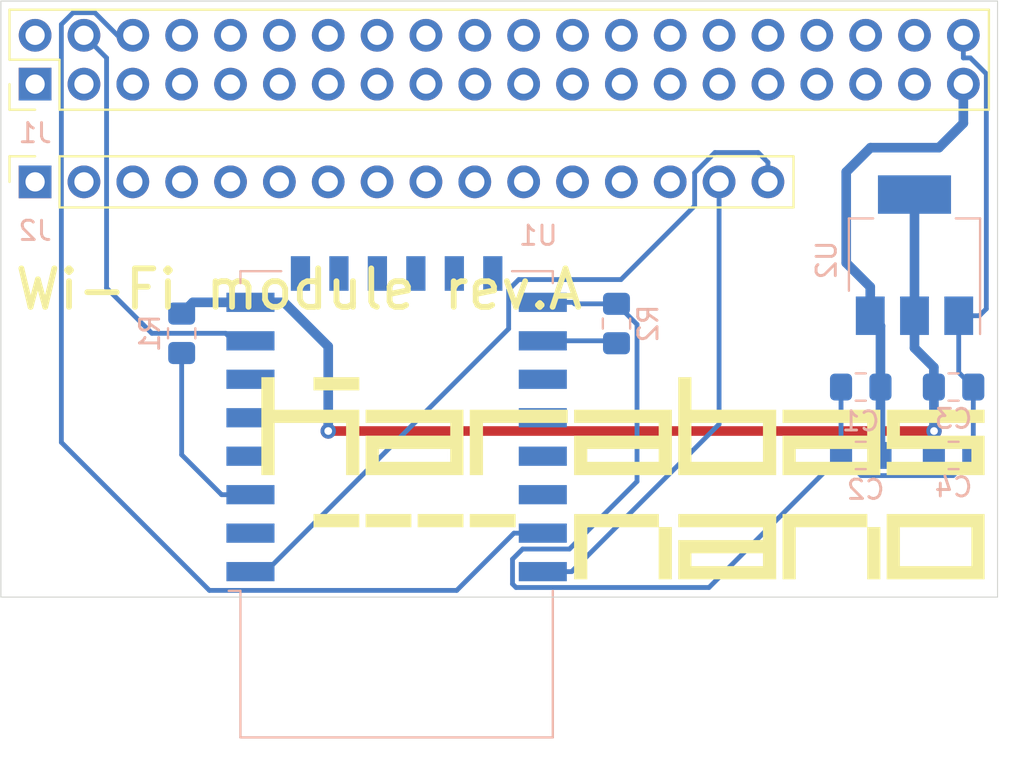
<source format=kicad_pcb>
(kicad_pcb (version 20171130) (host pcbnew "(5.1.12)-1")

  (general
    (thickness 1.6)
    (drawings 5)
    (tracks 83)
    (zones 0)
    (modules 11)
    (nets 74)
  )

  (page A4)
  (layers
    (0 F.Cu signal)
    (31 B.Cu signal)
    (32 B.Adhes user)
    (33 F.Adhes user)
    (34 B.Paste user)
    (35 F.Paste user)
    (36 B.SilkS user)
    (37 F.SilkS user)
    (38 B.Mask user)
    (39 F.Mask user)
    (40 Dwgs.User user)
    (41 Cmts.User user)
    (42 Eco1.User user)
    (43 Eco2.User user)
    (44 Edge.Cuts user)
    (45 Margin user)
    (46 B.CrtYd user)
    (47 F.CrtYd user)
    (48 B.Fab user)
    (49 F.Fab user)
  )

  (setup
    (last_trace_width 0.25)
    (user_trace_width 0.25)
    (user_trace_width 0.3)
    (user_trace_width 0.5)
    (trace_clearance 0.2)
    (zone_clearance 0.508)
    (zone_45_only no)
    (trace_min 0.2)
    (via_size 0.8)
    (via_drill 0.4)
    (via_min_size 0.4)
    (via_min_drill 0.3)
    (uvia_size 0.3)
    (uvia_drill 0.1)
    (uvias_allowed no)
    (uvia_min_size 0.2)
    (uvia_min_drill 0.1)
    (edge_width 0.05)
    (segment_width 0.2)
    (pcb_text_width 0.3)
    (pcb_text_size 1.5 1.5)
    (mod_edge_width 0.12)
    (mod_text_size 1 1)
    (mod_text_width 0.15)
    (pad_size 1.524 1.524)
    (pad_drill 0.762)
    (pad_to_mask_clearance 0.051)
    (solder_mask_min_width 0.25)
    (aux_axis_origin 0 0)
    (visible_elements 7FFFFFFF)
    (pcbplotparams
      (layerselection 0x010fc_ffffffff)
      (usegerberextensions false)
      (usegerberattributes false)
      (usegerberadvancedattributes false)
      (creategerberjobfile false)
      (excludeedgelayer true)
      (linewidth 0.100000)
      (plotframeref false)
      (viasonmask false)
      (mode 1)
      (useauxorigin false)
      (hpglpennumber 1)
      (hpglpenspeed 20)
      (hpglpendiameter 15.000000)
      (psnegative false)
      (psa4output false)
      (plotreference true)
      (plotvalue true)
      (plotinvisibletext false)
      (padsonsilk false)
      (subtractmaskfromsilk false)
      (outputformat 1)
      (mirror false)
      (drillshape 0)
      (scaleselection 1)
      (outputdirectory "gerbers"))
  )

  (net 0 "")
  (net 1 GND)
  (net 2 VCC)
  (net 3 +3V3)
  (net 4 "Net-(J1-Pad38)")
  (net 5 "Net-(J1-Pad37)")
  (net 6 "Net-(J1-Pad36)")
  (net 7 "Net-(J1-Pad35)")
  (net 8 "Net-(J1-Pad34)")
  (net 9 "Net-(J1-Pad33)")
  (net 10 "Net-(J1-Pad32)")
  (net 11 "Net-(J1-Pad31)")
  (net 12 "Net-(J1-Pad30)")
  (net 13 "Net-(J1-Pad29)")
  (net 14 "Net-(J1-Pad28)")
  (net 15 "Net-(J1-Pad27)")
  (net 16 "Net-(J1-Pad26)")
  (net 17 "Net-(J1-Pad25)")
  (net 18 "Net-(J1-Pad24)")
  (net 19 "Net-(J1-Pad23)")
  (net 20 "Net-(J1-Pad22)")
  (net 21 "Net-(J1-Pad21)")
  (net 22 "Net-(J1-Pad20)")
  (net 23 "Net-(J1-Pad19)")
  (net 24 "Net-(J1-Pad18)")
  (net 25 "Net-(J1-Pad17)")
  (net 26 "Net-(J1-Pad16)")
  (net 27 "Net-(J1-Pad15)")
  (net 28 "Net-(J1-Pad14)")
  (net 29 "Net-(J1-Pad13)")
  (net 30 "Net-(J1-Pad12)")
  (net 31 "Net-(J1-Pad11)")
  (net 32 "Net-(J1-Pad10)")
  (net 33 "Net-(J1-Pad9)")
  (net 34 "Net-(J1-Pad8)")
  (net 35 "Net-(J1-Pad7)")
  (net 36 UART_TX)
  (net 37 "Net-(J1-Pad5)")
  (net 38 UART_CTS)
  (net 39 "Net-(J1-Pad3)")
  (net 40 "Net-(J1-Pad2)")
  (net 41 "Net-(J1-Pad1)")
  (net 42 ~RESET)
  (net 43 UART_RX)
  (net 44 "Net-(J2-Pad14)")
  (net 45 "Net-(J2-Pad13)")
  (net 46 "Net-(J2-Pad12)")
  (net 47 "Net-(J2-Pad11)")
  (net 48 "Net-(J2-Pad10)")
  (net 49 "Net-(J2-Pad9)")
  (net 50 "Net-(J2-Pad8)")
  (net 51 "Net-(J2-Pad7)")
  (net 52 "Net-(J2-Pad6)")
  (net 53 "Net-(J2-Pad5)")
  (net 54 "Net-(J2-Pad4)")
  (net 55 "Net-(J2-Pad3)")
  (net 56 "Net-(J2-Pad2)")
  (net 57 "Net-(J2-Pad1)")
  (net 58 "Net-(R1-Pad2)")
  (net 59 "Net-(R2-Pad1)")
  (net 60 "Net-(U1-Pad20)")
  (net 61 "Net-(U1-Pad19)")
  (net 62 "Net-(U1-Pad18)")
  (net 63 "Net-(U1-Pad17)")
  (net 64 "Net-(U1-Pad14)")
  (net 65 "Net-(U1-Pad13)")
  (net 66 "Net-(U1-Pad12)")
  (net 67 "Net-(U1-Pad11)")
  (net 68 "Net-(U1-Pad10)")
  (net 69 "Net-(U1-Pad9)")
  (net 70 "Net-(U1-Pad6)")
  (net 71 "Net-(U1-Pad5)")
  (net 72 "Net-(U1-Pad4)")
  (net 73 "Net-(U1-Pad2)")

  (net_class Default "This is the default net class."
    (clearance 0.2)
    (trace_width 0.25)
    (via_dia 0.8)
    (via_drill 0.4)
    (uvia_dia 0.3)
    (uvia_drill 0.1)
    (add_net +3V3)
    (add_net GND)
    (add_net "Net-(J1-Pad1)")
    (add_net "Net-(J1-Pad10)")
    (add_net "Net-(J1-Pad11)")
    (add_net "Net-(J1-Pad12)")
    (add_net "Net-(J1-Pad13)")
    (add_net "Net-(J1-Pad14)")
    (add_net "Net-(J1-Pad15)")
    (add_net "Net-(J1-Pad16)")
    (add_net "Net-(J1-Pad17)")
    (add_net "Net-(J1-Pad18)")
    (add_net "Net-(J1-Pad19)")
    (add_net "Net-(J1-Pad2)")
    (add_net "Net-(J1-Pad20)")
    (add_net "Net-(J1-Pad21)")
    (add_net "Net-(J1-Pad22)")
    (add_net "Net-(J1-Pad23)")
    (add_net "Net-(J1-Pad24)")
    (add_net "Net-(J1-Pad25)")
    (add_net "Net-(J1-Pad26)")
    (add_net "Net-(J1-Pad27)")
    (add_net "Net-(J1-Pad28)")
    (add_net "Net-(J1-Pad29)")
    (add_net "Net-(J1-Pad3)")
    (add_net "Net-(J1-Pad30)")
    (add_net "Net-(J1-Pad31)")
    (add_net "Net-(J1-Pad32)")
    (add_net "Net-(J1-Pad33)")
    (add_net "Net-(J1-Pad34)")
    (add_net "Net-(J1-Pad35)")
    (add_net "Net-(J1-Pad36)")
    (add_net "Net-(J1-Pad37)")
    (add_net "Net-(J1-Pad38)")
    (add_net "Net-(J1-Pad5)")
    (add_net "Net-(J1-Pad7)")
    (add_net "Net-(J1-Pad8)")
    (add_net "Net-(J1-Pad9)")
    (add_net "Net-(J2-Pad1)")
    (add_net "Net-(J2-Pad10)")
    (add_net "Net-(J2-Pad11)")
    (add_net "Net-(J2-Pad12)")
    (add_net "Net-(J2-Pad13)")
    (add_net "Net-(J2-Pad14)")
    (add_net "Net-(J2-Pad2)")
    (add_net "Net-(J2-Pad3)")
    (add_net "Net-(J2-Pad4)")
    (add_net "Net-(J2-Pad5)")
    (add_net "Net-(J2-Pad6)")
    (add_net "Net-(J2-Pad7)")
    (add_net "Net-(J2-Pad8)")
    (add_net "Net-(J2-Pad9)")
    (add_net "Net-(R1-Pad2)")
    (add_net "Net-(R2-Pad1)")
    (add_net "Net-(U1-Pad10)")
    (add_net "Net-(U1-Pad11)")
    (add_net "Net-(U1-Pad12)")
    (add_net "Net-(U1-Pad13)")
    (add_net "Net-(U1-Pad14)")
    (add_net "Net-(U1-Pad17)")
    (add_net "Net-(U1-Pad18)")
    (add_net "Net-(U1-Pad19)")
    (add_net "Net-(U1-Pad2)")
    (add_net "Net-(U1-Pad20)")
    (add_net "Net-(U1-Pad4)")
    (add_net "Net-(U1-Pad5)")
    (add_net "Net-(U1-Pad6)")
    (add_net "Net-(U1-Pad9)")
    (add_net UART_CTS)
    (add_net UART_RX)
    (add_net UART_TX)
    (add_net VCC)
    (add_net ~RESET)
  )

  (module karabas:karabas_nano_logo (layer F.Cu) (tedit 0) (tstamp 5E90AAA3)
    (at 83.566 92.456)
    (fp_text reference G*** (at 0 0) (layer F.SilkS) hide
      (effects (font (size 1.524 1.524) (thickness 0.3)))
    )
    (fp_text value LOGO (at 0.75 0) (layer F.SilkS) hide
      (effects (font (size 1.524 1.524) (thickness 0.3)))
    )
    (fp_poly (pts (xy 2.370667 5.418667) (xy 1.693333 5.418667) (xy 1.693333 2.709334) (xy 2.370667 2.709334)
      (xy 2.370667 5.418667)) (layer F.SilkS) (width 0.01))
    (fp_poly (pts (xy 1.693333 2.709334) (xy -2.032 2.709334) (xy -2.032 5.418667) (xy -2.709333 5.418667)
      (xy -2.709333 2.032) (xy 1.693333 2.032) (xy 1.693333 2.709334)) (layer F.SilkS) (width 0.01))
    (fp_poly (pts (xy 7.789333 5.418667) (xy 2.709333 5.418667) (xy 2.709333 4.064) (xy 3.386667 4.064)
      (xy 3.386667 4.741334) (xy 7.112 4.741334) (xy 7.112 4.064) (xy 3.386667 4.064)
      (xy 2.709333 4.064) (xy 2.709333 3.386667) (xy 7.112 3.386667) (xy 7.112 2.709334)
      (xy 2.709333 2.709334) (xy 2.709333 2.032) (xy 7.789333 2.032) (xy 7.789333 5.418667)) (layer F.SilkS) (width 0.01))
    (fp_poly (pts (xy 13.208 5.418667) (xy 12.530667 5.418667) (xy 12.530667 2.709334) (xy 13.208 2.709334)
      (xy 13.208 5.418667)) (layer F.SilkS) (width 0.01))
    (fp_poly (pts (xy 12.530667 2.709334) (xy 8.805333 2.709334) (xy 8.805333 5.418667) (xy 8.128 5.418667)
      (xy 8.128 2.032) (xy 12.530667 2.032) (xy 12.530667 2.709334)) (layer F.SilkS) (width 0.01))
    (fp_poly (pts (xy 18.626667 5.418667) (xy 13.546667 5.418667) (xy 13.546667 2.709334) (xy 14.224 2.709334)
      (xy 14.224 4.741334) (xy 17.949333 4.741334) (xy 17.949333 2.709334) (xy 14.224 2.709334)
      (xy 13.546667 2.709334) (xy 13.546667 2.032) (xy 18.626667 2.032) (xy 18.626667 5.418667)) (layer F.SilkS) (width 0.01))
    (fp_poly (pts (xy -13.885333 2.709334) (xy -16.256 2.709334) (xy -16.256 2.032) (xy -13.885333 2.032)
      (xy -13.885333 2.709334)) (layer F.SilkS) (width 0.01))
    (fp_poly (pts (xy -11.176 2.709334) (xy -13.546667 2.709334) (xy -13.546667 2.032) (xy -11.176 2.032)
      (xy -11.176 2.709334)) (layer F.SilkS) (width 0.01))
    (fp_poly (pts (xy -8.466667 2.709334) (xy -10.837333 2.709334) (xy -10.837333 2.032) (xy -8.466667 2.032)
      (xy -8.466667 2.709334)) (layer F.SilkS) (width 0.01))
    (fp_poly (pts (xy -5.757333 2.709334) (xy -8.128 2.709334) (xy -8.128 2.032) (xy -5.757333 2.032)
      (xy -5.757333 2.709334)) (layer F.SilkS) (width 0.01))
    (fp_poly (pts (xy -18.288 -3.386666) (xy -13.885333 -3.386666) (xy -13.885333 0) (xy -14.562667 0)
      (xy -14.562667 -2.709333) (xy -18.288 -2.709333) (xy -18.288 0) (xy -18.965333 0)
      (xy -18.965333 -5.08) (xy -18.288 -5.08) (xy -18.288 -3.386666)) (layer F.SilkS) (width 0.01))
    (fp_poly (pts (xy -8.466667 0) (xy -13.546667 0) (xy -13.546667 -1.354666) (xy -12.869333 -1.354666)
      (xy -12.869333 -0.677333) (xy -9.144 -0.677333) (xy -9.144 -1.354666) (xy -12.869333 -1.354666)
      (xy -13.546667 -1.354666) (xy -13.546667 -2.032) (xy -9.144 -2.032) (xy -9.144 -2.709333)
      (xy -13.546667 -2.709333) (xy -13.546667 -3.386666) (xy -8.466667 -3.386666) (xy -8.466667 0)) (layer F.SilkS) (width 0.01))
    (fp_poly (pts (xy -3.048 -2.709333) (xy -7.450667 -2.709333) (xy -7.450667 0) (xy -8.128 0)
      (xy -8.128 -3.386666) (xy -3.048 -3.386666) (xy -3.048 -2.709333)) (layer F.SilkS) (width 0.01))
    (fp_poly (pts (xy 2.370667 0) (xy -2.709333 0) (xy -2.709333 -1.354666) (xy -2.032 -1.354666)
      (xy -2.032 -0.677333) (xy 1.693333 -0.677333) (xy 1.693333 -1.354666) (xy -2.032 -1.354666)
      (xy -2.709333 -1.354666) (xy -2.709333 -2.032) (xy 1.693333 -2.032) (xy 1.693333 -2.709333)
      (xy -2.709333 -2.709333) (xy -2.709333 -3.386666) (xy 2.370667 -3.386666) (xy 2.370667 0)) (layer F.SilkS) (width 0.01))
    (fp_poly (pts (xy 3.386667 -3.386666) (xy 7.789333 -3.386666) (xy 7.789333 0) (xy 2.709333 0)
      (xy 2.709333 -2.709333) (xy 3.386667 -2.709333) (xy 3.386667 -0.677333) (xy 7.112 -0.677333)
      (xy 7.112 -2.709333) (xy 3.386667 -2.709333) (xy 2.709333 -2.709333) (xy 2.709333 -5.08)
      (xy 3.386667 -5.08) (xy 3.386667 -3.386666)) (layer F.SilkS) (width 0.01))
    (fp_poly (pts (xy 13.208 0) (xy 8.128 0) (xy 8.128 -1.354666) (xy 8.805333 -1.354666)
      (xy 8.805333 -0.677333) (xy 12.530667 -0.677333) (xy 12.530667 -1.354666) (xy 8.805333 -1.354666)
      (xy 8.128 -1.354666) (xy 8.128 -2.032) (xy 12.530667 -2.032) (xy 12.530667 -2.709333)
      (xy 8.128 -2.709333) (xy 8.128 -3.386666) (xy 13.208 -3.386666) (xy 13.208 0)) (layer F.SilkS) (width 0.01))
    (fp_poly (pts (xy 18.626667 -2.709333) (xy 14.224 -2.709333) (xy 14.224 -2.032) (xy 18.626667 -2.032)
      (xy 18.626667 0) (xy 13.546667 0) (xy 13.546667 -0.677333) (xy 17.949333 -0.677333)
      (xy 17.949333 -1.354666) (xy 13.546667 -1.354666) (xy 13.546667 -3.386666) (xy 18.626667 -3.386666)
      (xy 18.626667 -2.709333)) (layer F.SilkS) (width 0.01))
    (fp_poly (pts (xy -13.885333 -4.402666) (xy -16.256 -4.402666) (xy -16.256 -5.08) (xy -13.885333 -5.08)
      (xy -13.885333 -4.402666)) (layer F.SilkS) (width 0.01))
  )

  (module Connector_PinHeader_2.54mm:PinHeader_2x20_P2.54mm_Vertical (layer F.Cu) (tedit 59FED5CC) (tstamp 0)
    (at 52.832 72.136 90)
    (descr "Through hole straight pin header, 2x20, 2.54mm pitch, double rows")
    (tags "Through hole pin header THT 2x20 2.54mm double row")
    (path /5E9026EA)
    (fp_text reference J1 (at -2.54 0) (layer B.SilkS)
      (effects (font (size 1 1) (thickness 0.15)) (justify mirror))
    )
    (fp_text value "ZX BUS" (at 1.27 50.59 90) (layer F.Fab)
      (effects (font (size 1 1) (thickness 0.15)))
    )
    (fp_line (start 0 -1.27) (end 3.81 -1.27) (layer F.Fab) (width 0.1))
    (fp_line (start 3.81 -1.27) (end 3.81 49.53) (layer F.Fab) (width 0.1))
    (fp_line (start 3.81 49.53) (end -1.27 49.53) (layer F.Fab) (width 0.1))
    (fp_line (start -1.27 49.53) (end -1.27 0) (layer F.Fab) (width 0.1))
    (fp_line (start -1.27 0) (end 0 -1.27) (layer F.Fab) (width 0.1))
    (fp_line (start -1.33 49.59) (end 3.87 49.59) (layer F.SilkS) (width 0.12))
    (fp_line (start -1.33 1.27) (end -1.33 49.59) (layer F.SilkS) (width 0.12))
    (fp_line (start 3.87 -1.33) (end 3.87 49.59) (layer F.SilkS) (width 0.12))
    (fp_line (start -1.33 1.27) (end 1.27 1.27) (layer F.SilkS) (width 0.12))
    (fp_line (start 1.27 1.27) (end 1.27 -1.33) (layer F.SilkS) (width 0.12))
    (fp_line (start 1.27 -1.33) (end 3.87 -1.33) (layer F.SilkS) (width 0.12))
    (fp_line (start -1.33 0) (end -1.33 -1.33) (layer F.SilkS) (width 0.12))
    (fp_line (start -1.33 -1.33) (end 0 -1.33) (layer F.SilkS) (width 0.12))
    (fp_line (start -1.8 -1.8) (end -1.8 50.05) (layer F.CrtYd) (width 0.05))
    (fp_line (start -1.8 50.05) (end 4.35 50.05) (layer F.CrtYd) (width 0.05))
    (fp_line (start 4.35 50.05) (end 4.35 -1.8) (layer F.CrtYd) (width 0.05))
    (fp_line (start 4.35 -1.8) (end -1.8 -1.8) (layer F.CrtYd) (width 0.05))
    (fp_text user %R (at 1.27 24.13) (layer F.Fab)
      (effects (font (size 1 1) (thickness 0.15)))
    )
    (pad 40 thru_hole oval (at 2.54 48.26 90) (size 1.7 1.7) (drill 1) (layers *.Cu *.Mask)
      (net 1 GND))
    (pad 39 thru_hole oval (at 0 48.26 90) (size 1.7 1.7) (drill 1) (layers *.Cu *.Mask)
      (net 2 VCC))
    (pad 38 thru_hole oval (at 2.54 45.72 90) (size 1.7 1.7) (drill 1) (layers *.Cu *.Mask)
      (net 4 "Net-(J1-Pad38)"))
    (pad 37 thru_hole oval (at 0 45.72 90) (size 1.7 1.7) (drill 1) (layers *.Cu *.Mask)
      (net 5 "Net-(J1-Pad37)"))
    (pad 36 thru_hole oval (at 2.54 43.18 90) (size 1.7 1.7) (drill 1) (layers *.Cu *.Mask)
      (net 6 "Net-(J1-Pad36)"))
    (pad 35 thru_hole oval (at 0 43.18 90) (size 1.7 1.7) (drill 1) (layers *.Cu *.Mask)
      (net 7 "Net-(J1-Pad35)"))
    (pad 34 thru_hole oval (at 2.54 40.64 90) (size 1.7 1.7) (drill 1) (layers *.Cu *.Mask)
      (net 8 "Net-(J1-Pad34)"))
    (pad 33 thru_hole oval (at 0 40.64 90) (size 1.7 1.7) (drill 1) (layers *.Cu *.Mask)
      (net 9 "Net-(J1-Pad33)"))
    (pad 32 thru_hole oval (at 2.54 38.1 90) (size 1.7 1.7) (drill 1) (layers *.Cu *.Mask)
      (net 10 "Net-(J1-Pad32)"))
    (pad 31 thru_hole oval (at 0 38.1 90) (size 1.7 1.7) (drill 1) (layers *.Cu *.Mask)
      (net 11 "Net-(J1-Pad31)"))
    (pad 30 thru_hole oval (at 2.54 35.56 90) (size 1.7 1.7) (drill 1) (layers *.Cu *.Mask)
      (net 12 "Net-(J1-Pad30)"))
    (pad 29 thru_hole oval (at 0 35.56 90) (size 1.7 1.7) (drill 1) (layers *.Cu *.Mask)
      (net 13 "Net-(J1-Pad29)"))
    (pad 28 thru_hole oval (at 2.54 33.02 90) (size 1.7 1.7) (drill 1) (layers *.Cu *.Mask)
      (net 14 "Net-(J1-Pad28)"))
    (pad 27 thru_hole oval (at 0 33.02 90) (size 1.7 1.7) (drill 1) (layers *.Cu *.Mask)
      (net 15 "Net-(J1-Pad27)"))
    (pad 26 thru_hole oval (at 2.54 30.48 90) (size 1.7 1.7) (drill 1) (layers *.Cu *.Mask)
      (net 16 "Net-(J1-Pad26)"))
    (pad 25 thru_hole oval (at 0 30.48 90) (size 1.7 1.7) (drill 1) (layers *.Cu *.Mask)
      (net 17 "Net-(J1-Pad25)"))
    (pad 24 thru_hole oval (at 2.54 27.94 90) (size 1.7 1.7) (drill 1) (layers *.Cu *.Mask)
      (net 18 "Net-(J1-Pad24)"))
    (pad 23 thru_hole oval (at 0 27.94 90) (size 1.7 1.7) (drill 1) (layers *.Cu *.Mask)
      (net 19 "Net-(J1-Pad23)"))
    (pad 22 thru_hole oval (at 2.54 25.4 90) (size 1.7 1.7) (drill 1) (layers *.Cu *.Mask)
      (net 20 "Net-(J1-Pad22)"))
    (pad 21 thru_hole oval (at 0 25.4 90) (size 1.7 1.7) (drill 1) (layers *.Cu *.Mask)
      (net 21 "Net-(J1-Pad21)"))
    (pad 20 thru_hole oval (at 2.54 22.86 90) (size 1.7 1.7) (drill 1) (layers *.Cu *.Mask)
      (net 22 "Net-(J1-Pad20)"))
    (pad 19 thru_hole oval (at 0 22.86 90) (size 1.7 1.7) (drill 1) (layers *.Cu *.Mask)
      (net 23 "Net-(J1-Pad19)"))
    (pad 18 thru_hole oval (at 2.54 20.32 90) (size 1.7 1.7) (drill 1) (layers *.Cu *.Mask)
      (net 24 "Net-(J1-Pad18)"))
    (pad 17 thru_hole oval (at 0 20.32 90) (size 1.7 1.7) (drill 1) (layers *.Cu *.Mask)
      (net 25 "Net-(J1-Pad17)"))
    (pad 16 thru_hole oval (at 2.54 17.78 90) (size 1.7 1.7) (drill 1) (layers *.Cu *.Mask)
      (net 26 "Net-(J1-Pad16)"))
    (pad 15 thru_hole oval (at 0 17.78 90) (size 1.7 1.7) (drill 1) (layers *.Cu *.Mask)
      (net 27 "Net-(J1-Pad15)"))
    (pad 14 thru_hole oval (at 2.54 15.24 90) (size 1.7 1.7) (drill 1) (layers *.Cu *.Mask)
      (net 28 "Net-(J1-Pad14)"))
    (pad 13 thru_hole oval (at 0 15.24 90) (size 1.7 1.7) (drill 1) (layers *.Cu *.Mask)
      (net 29 "Net-(J1-Pad13)"))
    (pad 12 thru_hole oval (at 2.54 12.7 90) (size 1.7 1.7) (drill 1) (layers *.Cu *.Mask)
      (net 30 "Net-(J1-Pad12)"))
    (pad 11 thru_hole oval (at 0 12.7 90) (size 1.7 1.7) (drill 1) (layers *.Cu *.Mask)
      (net 31 "Net-(J1-Pad11)"))
    (pad 10 thru_hole oval (at 2.54 10.16 90) (size 1.7 1.7) (drill 1) (layers *.Cu *.Mask)
      (net 32 "Net-(J1-Pad10)"))
    (pad 9 thru_hole oval (at 0 10.16 90) (size 1.7 1.7) (drill 1) (layers *.Cu *.Mask)
      (net 33 "Net-(J1-Pad9)"))
    (pad 8 thru_hole oval (at 2.54 7.62 90) (size 1.7 1.7) (drill 1) (layers *.Cu *.Mask)
      (net 34 "Net-(J1-Pad8)"))
    (pad 7 thru_hole oval (at 0 7.62 90) (size 1.7 1.7) (drill 1) (layers *.Cu *.Mask)
      (net 35 "Net-(J1-Pad7)"))
    (pad 6 thru_hole oval (at 2.54 5.08 90) (size 1.7 1.7) (drill 1) (layers *.Cu *.Mask)
      (net 36 UART_TX))
    (pad 5 thru_hole oval (at 0 5.08 90) (size 1.7 1.7) (drill 1) (layers *.Cu *.Mask)
      (net 37 "Net-(J1-Pad5)"))
    (pad 4 thru_hole oval (at 2.54 2.54 90) (size 1.7 1.7) (drill 1) (layers *.Cu *.Mask)
      (net 38 UART_CTS))
    (pad 3 thru_hole oval (at 0 2.54 90) (size 1.7 1.7) (drill 1) (layers *.Cu *.Mask)
      (net 39 "Net-(J1-Pad3)"))
    (pad 2 thru_hole oval (at 2.54 0 90) (size 1.7 1.7) (drill 1) (layers *.Cu *.Mask)
      (net 40 "Net-(J1-Pad2)"))
    (pad 1 thru_hole rect (at 0 0 90) (size 1.7 1.7) (drill 1) (layers *.Cu *.Mask)
      (net 41 "Net-(J1-Pad1)"))
    (model ${KISYS3DMOD}/Connector_PinHeader_2.54mm.3dshapes/PinHeader_2x20_P2.54mm_Vertical.wrl
      (at (xyz 0 0 0))
      (scale (xyz 1 1 1))
      (rotate (xyz 0 0 0))
    )
  )

  (module Package_TO_SOT_SMD:SOT-223-3_TabPin2 (layer B.Cu) (tedit 5A02FF57) (tstamp 5E90260F)
    (at 98.552 81.026 90)
    (descr "module CMS SOT223 4 pins")
    (tags "CMS SOT")
    (path /5E90C787)
    (attr smd)
    (fp_text reference U2 (at -0.254 -4.572 270) (layer B.SilkS)
      (effects (font (size 1 1) (thickness 0.15)) (justify mirror))
    )
    (fp_text value AMS1117-3.3 (at 0 -4.5 270) (layer B.Fab)
      (effects (font (size 1 1) (thickness 0.15)) (justify mirror))
    )
    (fp_line (start 1.91 -3.41) (end 1.91 -2.15) (layer B.SilkS) (width 0.12))
    (fp_line (start 1.91 3.41) (end 1.91 2.15) (layer B.SilkS) (width 0.12))
    (fp_line (start 4.4 3.6) (end -4.4 3.6) (layer B.CrtYd) (width 0.05))
    (fp_line (start 4.4 -3.6) (end 4.4 3.6) (layer B.CrtYd) (width 0.05))
    (fp_line (start -4.4 -3.6) (end 4.4 -3.6) (layer B.CrtYd) (width 0.05))
    (fp_line (start -4.4 3.6) (end -4.4 -3.6) (layer B.CrtYd) (width 0.05))
    (fp_line (start -1.85 2.35) (end -0.85 3.35) (layer B.Fab) (width 0.1))
    (fp_line (start -1.85 2.35) (end -1.85 -3.35) (layer B.Fab) (width 0.1))
    (fp_line (start -1.85 -3.41) (end 1.91 -3.41) (layer B.SilkS) (width 0.12))
    (fp_line (start -0.85 3.35) (end 1.85 3.35) (layer B.Fab) (width 0.1))
    (fp_line (start -4.1 3.41) (end 1.91 3.41) (layer B.SilkS) (width 0.12))
    (fp_line (start -1.85 -3.35) (end 1.85 -3.35) (layer B.Fab) (width 0.1))
    (fp_line (start 1.85 3.35) (end 1.85 -3.35) (layer B.Fab) (width 0.1))
    (fp_text user %R (at 0 0) (layer B.Fab)
      (effects (font (size 0.8 0.8) (thickness 0.12)) (justify mirror))
    )
    (pad 1 smd rect (at -3.15 2.3 90) (size 2 1.5) (layers B.Cu B.Paste B.Mask)
      (net 1 GND))
    (pad 3 smd rect (at -3.15 -2.3 90) (size 2 1.5) (layers B.Cu B.Paste B.Mask)
      (net 2 VCC))
    (pad 2 smd rect (at -3.15 0 90) (size 2 1.5) (layers B.Cu B.Paste B.Mask)
      (net 3 +3V3))
    (pad 2 smd rect (at 3.15 0 90) (size 2 3.8) (layers B.Cu B.Paste B.Mask)
      (net 3 +3V3))
    (model ${KISYS3DMOD}/Package_TO_SOT_SMD.3dshapes/SOT-223.wrl
      (at (xyz 0 0 0))
      (scale (xyz 1 1 1))
      (rotate (xyz 0 0 0))
    )
  )

  (module RF_Module:ESP-12E (layer B.Cu) (tedit 5A030172) (tstamp 5E9025F9)
    (at 71.628 93.98)
    (descr "Wi-Fi Module, http://wiki.ai-thinker.com/_media/esp8266/docs/aithinker_esp_12f_datasheet_en.pdf")
    (tags "Wi-Fi Module")
    (path /5E901801)
    (attr smd)
    (fp_text reference U1 (at 7.366 -13.97) (layer B.SilkS)
      (effects (font (size 1 1) (thickness 0.15)) (justify mirror))
    )
    (fp_text value ESP-12E (at -0.06 12.78) (layer B.Fab)
      (effects (font (size 1 1) (thickness 0.15)) (justify mirror))
    )
    (fp_line (start -8 12) (end 8 12) (layer B.Fab) (width 0.12))
    (fp_line (start 8 12) (end 8 -12) (layer B.Fab) (width 0.12))
    (fp_line (start 8 -12) (end -8 -12) (layer B.Fab) (width 0.12))
    (fp_line (start -8 -12) (end -8 3) (layer B.Fab) (width 0.12))
    (fp_line (start -8 3) (end -7.5 3.5) (layer B.Fab) (width 0.12))
    (fp_line (start -7.5 3.5) (end -8 4) (layer B.Fab) (width 0.12))
    (fp_line (start -8 4) (end -8 12) (layer B.Fab) (width 0.12))
    (fp_line (start -9.05 12.2) (end 9.05 12.2) (layer B.CrtYd) (width 0.05))
    (fp_line (start 9.05 12.2) (end 9.05 -13.1) (layer B.CrtYd) (width 0.05))
    (fp_line (start 9.05 -13.1) (end -9.05 -13.1) (layer B.CrtYd) (width 0.05))
    (fp_line (start -9.05 -13.1) (end -9.05 12.2) (layer B.CrtYd) (width 0.05))
    (fp_line (start -8.12 12.12) (end 8.12 12.12) (layer B.SilkS) (width 0.12))
    (fp_line (start 8.12 12.12) (end 8.12 4.5) (layer B.SilkS) (width 0.12))
    (fp_line (start 8.12 -11.5) (end 8.12 -12.12) (layer B.SilkS) (width 0.12))
    (fp_line (start 8.12 -12.12) (end 6 -12.12) (layer B.SilkS) (width 0.12))
    (fp_line (start -6 -12.12) (end -8.12 -12.12) (layer B.SilkS) (width 0.12))
    (fp_line (start -8.12 -12.12) (end -8.12 -11.5) (layer B.SilkS) (width 0.12))
    (fp_line (start -8.12 4.5) (end -8.12 12.12) (layer B.SilkS) (width 0.12))
    (fp_line (start -8.12 4.5) (end -8.73 4.5) (layer B.SilkS) (width 0.12))
    (fp_line (start -8.12 12.12) (end 8.12 12.12) (layer Dwgs.User) (width 0.12))
    (fp_line (start 8.12 12.12) (end 8.12 4.8) (layer Dwgs.User) (width 0.12))
    (fp_line (start 8.12 4.8) (end -8.12 4.8) (layer Dwgs.User) (width 0.12))
    (fp_line (start -8.12 4.8) (end -8.12 12.12) (layer Dwgs.User) (width 0.12))
    (fp_line (start -8.12 9.12) (end -5.12 12.12) (layer Dwgs.User) (width 0.12))
    (fp_line (start -8.12 6.12) (end -2.12 12.12) (layer Dwgs.User) (width 0.12))
    (fp_line (start -6.44 4.8) (end 0.88 12.12) (layer Dwgs.User) (width 0.12))
    (fp_line (start -3.44 4.8) (end 3.88 12.12) (layer Dwgs.User) (width 0.12))
    (fp_line (start -0.44 4.8) (end 6.88 12.12) (layer Dwgs.User) (width 0.12))
    (fp_line (start 2.56 4.8) (end 8.12 10.36) (layer Dwgs.User) (width 0.12))
    (fp_line (start 5.56 4.8) (end 8.12 7.36) (layer Dwgs.User) (width 0.12))
    (fp_text user %R (at 0.49 0.8) (layer B.Fab)
      (effects (font (size 1 1) (thickness 0.15)) (justify mirror))
    )
    (fp_text user "KEEP-OUT ZONE" (at 0.03 9.55 180) (layer Cmts.User)
      (effects (font (size 1 1) (thickness 0.15)))
    )
    (fp_text user Antenna (at -0.06 7 180) (layer Cmts.User)
      (effects (font (size 1 1) (thickness 0.15)))
    )
    (pad 22 smd rect (at 7.6 3.5) (size 2.5 1) (layers B.Cu B.Paste B.Mask)
      (net 43 UART_RX))
    (pad 21 smd rect (at 7.6 1.5) (size 2.5 1) (layers B.Cu B.Paste B.Mask)
      (net 36 UART_TX))
    (pad 20 smd rect (at 7.6 -0.5) (size 2.5 1) (layers B.Cu B.Paste B.Mask)
      (net 60 "Net-(U1-Pad20)"))
    (pad 19 smd rect (at 7.6 -2.5) (size 2.5 1) (layers B.Cu B.Paste B.Mask)
      (net 61 "Net-(U1-Pad19)"))
    (pad 18 smd rect (at 7.6 -4.5) (size 2.5 1) (layers B.Cu B.Paste B.Mask)
      (net 62 "Net-(U1-Pad18)"))
    (pad 17 smd rect (at 7.6 -6.5) (size 2.5 1) (layers B.Cu B.Paste B.Mask)
      (net 63 "Net-(U1-Pad17)"))
    (pad 16 smd rect (at 7.6 -8.5) (size 2.5 1) (layers B.Cu B.Paste B.Mask)
      (net 59 "Net-(R2-Pad1)"))
    (pad 15 smd rect (at 7.6 -10.5) (size 2.5 1) (layers B.Cu B.Paste B.Mask)
      (net 1 GND))
    (pad 14 smd rect (at 5 -12) (size 1 1.8) (layers B.Cu B.Paste B.Mask)
      (net 64 "Net-(U1-Pad14)"))
    (pad 13 smd rect (at 3 -12) (size 1 1.8) (layers B.Cu B.Paste B.Mask)
      (net 65 "Net-(U1-Pad13)"))
    (pad 12 smd rect (at 1 -12) (size 1 1.8) (layers B.Cu B.Paste B.Mask)
      (net 66 "Net-(U1-Pad12)"))
    (pad 11 smd rect (at -1 -12) (size 1 1.8) (layers B.Cu B.Paste B.Mask)
      (net 67 "Net-(U1-Pad11)"))
    (pad 10 smd rect (at -3 -12) (size 1 1.8) (layers B.Cu B.Paste B.Mask)
      (net 68 "Net-(U1-Pad10)"))
    (pad 9 smd rect (at -5 -12) (size 1 1.8) (layers B.Cu B.Paste B.Mask)
      (net 69 "Net-(U1-Pad9)"))
    (pad 8 smd rect (at -7.6 -10.5) (size 2.5 1) (layers B.Cu B.Paste B.Mask)
      (net 3 +3V3))
    (pad 7 smd rect (at -7.6 -8.5) (size 2.5 1) (layers B.Cu B.Paste B.Mask)
      (net 38 UART_CTS))
    (pad 6 smd rect (at -7.6 -6.5) (size 2.5 1) (layers B.Cu B.Paste B.Mask)
      (net 70 "Net-(U1-Pad6)"))
    (pad 5 smd rect (at -7.6 -4.5) (size 2.5 1) (layers B.Cu B.Paste B.Mask)
      (net 71 "Net-(U1-Pad5)"))
    (pad 4 smd rect (at -7.6 -2.5) (size 2.5 1) (layers B.Cu B.Paste B.Mask)
      (net 72 "Net-(U1-Pad4)"))
    (pad 3 smd rect (at -7.6 -0.5) (size 2.5 1) (layers B.Cu B.Paste B.Mask)
      (net 58 "Net-(R1-Pad2)"))
    (pad 2 smd rect (at -7.6 1.5) (size 2.5 1) (layers B.Cu B.Paste B.Mask)
      (net 73 "Net-(U1-Pad2)"))
    (pad 1 smd rect (at -7.6 3.5) (size 2.5 1) (layers B.Cu B.Paste B.Mask)
      (net 42 ~RESET))
    (model ${KISYS3DMOD}/RF_Module.3dshapes/ESP-12E.wrl
      (at (xyz 0 0 0))
      (scale (xyz 1 1 1))
      (rotate (xyz 0 0 0))
    )
  )

  (module Resistor_SMD:R_0805_2012Metric_Pad1.15x1.40mm_HandSolder (layer B.Cu) (tedit 5B36C52B) (tstamp 5E9025BE)
    (at 83.058 84.582 90)
    (descr "Resistor SMD 0805 (2012 Metric), square (rectangular) end terminal, IPC_7351 nominal with elongated pad for handsoldering. (Body size source: https://docs.google.com/spreadsheets/d/1BsfQQcO9C6DZCsRaXUlFlo91Tg2WpOkGARC1WS5S8t0/edit?usp=sharing), generated with kicad-footprint-generator")
    (tags "resistor handsolder")
    (path /5E90B255)
    (attr smd)
    (fp_text reference R2 (at 0 1.65 270) (layer B.SilkS)
      (effects (font (size 1 1) (thickness 0.15)) (justify mirror))
    )
    (fp_text value 10k (at 0 -1.65 270) (layer B.Fab)
      (effects (font (size 1 1) (thickness 0.15)) (justify mirror))
    )
    (fp_line (start -1 -0.6) (end -1 0.6) (layer B.Fab) (width 0.1))
    (fp_line (start -1 0.6) (end 1 0.6) (layer B.Fab) (width 0.1))
    (fp_line (start 1 0.6) (end 1 -0.6) (layer B.Fab) (width 0.1))
    (fp_line (start 1 -0.6) (end -1 -0.6) (layer B.Fab) (width 0.1))
    (fp_line (start -0.261252 0.71) (end 0.261252 0.71) (layer B.SilkS) (width 0.12))
    (fp_line (start -0.261252 -0.71) (end 0.261252 -0.71) (layer B.SilkS) (width 0.12))
    (fp_line (start -1.85 -0.95) (end -1.85 0.95) (layer B.CrtYd) (width 0.05))
    (fp_line (start -1.85 0.95) (end 1.85 0.95) (layer B.CrtYd) (width 0.05))
    (fp_line (start 1.85 0.95) (end 1.85 -0.95) (layer B.CrtYd) (width 0.05))
    (fp_line (start 1.85 -0.95) (end -1.85 -0.95) (layer B.CrtYd) (width 0.05))
    (fp_text user %R (at 0 0 270) (layer B.Fab)
      (effects (font (size 0.5 0.5) (thickness 0.08)) (justify mirror))
    )
    (pad 2 smd roundrect (at 1.025 0 90) (size 1.15 1.4) (layers B.Cu B.Paste B.Mask) (roundrect_rratio 0.217391)
      (net 1 GND))
    (pad 1 smd roundrect (at -1.025 0 90) (size 1.15 1.4) (layers B.Cu B.Paste B.Mask) (roundrect_rratio 0.217391)
      (net 59 "Net-(R2-Pad1)"))
    (model ${KISYS3DMOD}/Resistor_SMD.3dshapes/R_0805_2012Metric.wrl
      (at (xyz 0 0 0))
      (scale (xyz 1 1 1))
      (rotate (xyz 0 0 0))
    )
  )

  (module Resistor_SMD:R_0805_2012Metric_Pad1.15x1.40mm_HandSolder (layer B.Cu) (tedit 5B36C52B) (tstamp 5E9025AD)
    (at 60.452 85.09 270)
    (descr "Resistor SMD 0805 (2012 Metric), square (rectangular) end terminal, IPC_7351 nominal with elongated pad for handsoldering. (Body size source: https://docs.google.com/spreadsheets/d/1BsfQQcO9C6DZCsRaXUlFlo91Tg2WpOkGARC1WS5S8t0/edit?usp=sharing), generated with kicad-footprint-generator")
    (tags "resistor handsolder")
    (path /5E909172)
    (attr smd)
    (fp_text reference R1 (at 0 1.65 270) (layer B.SilkS)
      (effects (font (size 1 1) (thickness 0.15)) (justify mirror))
    )
    (fp_text value 10k (at 0 -1.65 270) (layer B.Fab)
      (effects (font (size 1 1) (thickness 0.15)) (justify mirror))
    )
    (fp_line (start -1 -0.6) (end -1 0.6) (layer B.Fab) (width 0.1))
    (fp_line (start -1 0.6) (end 1 0.6) (layer B.Fab) (width 0.1))
    (fp_line (start 1 0.6) (end 1 -0.6) (layer B.Fab) (width 0.1))
    (fp_line (start 1 -0.6) (end -1 -0.6) (layer B.Fab) (width 0.1))
    (fp_line (start -0.261252 0.71) (end 0.261252 0.71) (layer B.SilkS) (width 0.12))
    (fp_line (start -0.261252 -0.71) (end 0.261252 -0.71) (layer B.SilkS) (width 0.12))
    (fp_line (start -1.85 -0.95) (end -1.85 0.95) (layer B.CrtYd) (width 0.05))
    (fp_line (start -1.85 0.95) (end 1.85 0.95) (layer B.CrtYd) (width 0.05))
    (fp_line (start 1.85 0.95) (end 1.85 -0.95) (layer B.CrtYd) (width 0.05))
    (fp_line (start 1.85 -0.95) (end -1.85 -0.95) (layer B.CrtYd) (width 0.05))
    (fp_text user %R (at 0 0 270) (layer B.Fab)
      (effects (font (size 0.5 0.5) (thickness 0.08)) (justify mirror))
    )
    (pad 2 smd roundrect (at 1.025 0 270) (size 1.15 1.4) (layers B.Cu B.Paste B.Mask) (roundrect_rratio 0.217391)
      (net 58 "Net-(R1-Pad2)"))
    (pad 1 smd roundrect (at -1.025 0 270) (size 1.15 1.4) (layers B.Cu B.Paste B.Mask) (roundrect_rratio 0.217391)
      (net 3 +3V3))
    (model ${KISYS3DMOD}/Resistor_SMD.3dshapes/R_0805_2012Metric.wrl
      (at (xyz 0 0 0))
      (scale (xyz 1 1 1))
      (rotate (xyz 0 0 0))
    )
  )

  (module Connector_PinSocket_2.54mm:PinSocket_1x16_P2.54mm_Vertical (layer F.Cu) (tedit 5A19A41E) (tstamp 5E90259C)
    (at 52.832 77.216 90)
    (descr "Through hole straight socket strip, 1x16, 2.54mm pitch, single row (from Kicad 4.0.7), script generated")
    (tags "Through hole socket strip THT 1x16 2.54mm single row")
    (path /5E904C3F)
    (fp_text reference J2 (at -2.54 0) (layer B.SilkS)
      (effects (font (size 1 1) (thickness 0.15)) (justify mirror))
    )
    (fp_text value "ZX BUS" (at 0 40.87 90) (layer F.Fab)
      (effects (font (size 1 1) (thickness 0.15)))
    )
    (fp_line (start -1.27 -1.27) (end 0.635 -1.27) (layer F.Fab) (width 0.1))
    (fp_line (start 0.635 -1.27) (end 1.27 -0.635) (layer F.Fab) (width 0.1))
    (fp_line (start 1.27 -0.635) (end 1.27 39.37) (layer F.Fab) (width 0.1))
    (fp_line (start 1.27 39.37) (end -1.27 39.37) (layer F.Fab) (width 0.1))
    (fp_line (start -1.27 39.37) (end -1.27 -1.27) (layer F.Fab) (width 0.1))
    (fp_line (start -1.33 1.27) (end 1.33 1.27) (layer F.SilkS) (width 0.12))
    (fp_line (start -1.33 1.27) (end -1.33 39.43) (layer F.SilkS) (width 0.12))
    (fp_line (start -1.33 39.43) (end 1.33 39.43) (layer F.SilkS) (width 0.12))
    (fp_line (start 1.33 1.27) (end 1.33 39.43) (layer F.SilkS) (width 0.12))
    (fp_line (start 1.33 -1.33) (end 1.33 0) (layer F.SilkS) (width 0.12))
    (fp_line (start 0 -1.33) (end 1.33 -1.33) (layer F.SilkS) (width 0.12))
    (fp_line (start -1.8 -1.8) (end 1.75 -1.8) (layer F.CrtYd) (width 0.05))
    (fp_line (start 1.75 -1.8) (end 1.75 39.9) (layer F.CrtYd) (width 0.05))
    (fp_line (start 1.75 39.9) (end -1.8 39.9) (layer F.CrtYd) (width 0.05))
    (fp_line (start -1.8 39.9) (end -1.8 -1.8) (layer F.CrtYd) (width 0.05))
    (fp_text user %R (at 0 19.05) (layer F.Fab)
      (effects (font (size 1 1) (thickness 0.15)))
    )
    (pad 16 thru_hole oval (at 0 38.1 90) (size 1.7 1.7) (drill 1) (layers *.Cu *.Mask)
      (net 42 ~RESET))
    (pad 15 thru_hole oval (at 0 35.56 90) (size 1.7 1.7) (drill 1) (layers *.Cu *.Mask)
      (net 43 UART_RX))
    (pad 14 thru_hole oval (at 0 33.02 90) (size 1.7 1.7) (drill 1) (layers *.Cu *.Mask)
      (net 44 "Net-(J2-Pad14)"))
    (pad 13 thru_hole oval (at 0 30.48 90) (size 1.7 1.7) (drill 1) (layers *.Cu *.Mask)
      (net 45 "Net-(J2-Pad13)"))
    (pad 12 thru_hole oval (at 0 27.94 90) (size 1.7 1.7) (drill 1) (layers *.Cu *.Mask)
      (net 46 "Net-(J2-Pad12)"))
    (pad 11 thru_hole oval (at 0 25.4 90) (size 1.7 1.7) (drill 1) (layers *.Cu *.Mask)
      (net 47 "Net-(J2-Pad11)"))
    (pad 10 thru_hole oval (at 0 22.86 90) (size 1.7 1.7) (drill 1) (layers *.Cu *.Mask)
      (net 48 "Net-(J2-Pad10)"))
    (pad 9 thru_hole oval (at 0 20.32 90) (size 1.7 1.7) (drill 1) (layers *.Cu *.Mask)
      (net 49 "Net-(J2-Pad9)"))
    (pad 8 thru_hole oval (at 0 17.78 90) (size 1.7 1.7) (drill 1) (layers *.Cu *.Mask)
      (net 50 "Net-(J2-Pad8)"))
    (pad 7 thru_hole oval (at 0 15.24 90) (size 1.7 1.7) (drill 1) (layers *.Cu *.Mask)
      (net 51 "Net-(J2-Pad7)"))
    (pad 6 thru_hole oval (at 0 12.7 90) (size 1.7 1.7) (drill 1) (layers *.Cu *.Mask)
      (net 52 "Net-(J2-Pad6)"))
    (pad 5 thru_hole oval (at 0 10.16 90) (size 1.7 1.7) (drill 1) (layers *.Cu *.Mask)
      (net 53 "Net-(J2-Pad5)"))
    (pad 4 thru_hole oval (at 0 7.62 90) (size 1.7 1.7) (drill 1) (layers *.Cu *.Mask)
      (net 54 "Net-(J2-Pad4)"))
    (pad 3 thru_hole oval (at 0 5.08 90) (size 1.7 1.7) (drill 1) (layers *.Cu *.Mask)
      (net 55 "Net-(J2-Pad3)"))
    (pad 2 thru_hole oval (at 0 2.54 90) (size 1.7 1.7) (drill 1) (layers *.Cu *.Mask)
      (net 56 "Net-(J2-Pad2)"))
    (pad 1 thru_hole rect (at 0 0 90) (size 1.7 1.7) (drill 1) (layers *.Cu *.Mask)
      (net 57 "Net-(J2-Pad1)"))
    (model ${KISYS3DMOD}/Connector_PinSocket_2.54mm.3dshapes/PinSocket_1x16_P2.54mm_Vertical.wrl
      (at (xyz 0 0 0))
      (scale (xyz 1 1 1))
      (rotate (xyz 0 0 0))
    )
  )

  (module Capacitor_SMD:C_0805_2012Metric_Pad1.15x1.40mm_HandSolder (layer B.Cu) (tedit 5B36C52B) (tstamp 5E90253A)
    (at 100.584 91.44)
    (descr "Capacitor SMD 0805 (2012 Metric), square (rectangular) end terminal, IPC_7351 nominal with elongated pad for handsoldering. (Body size source: https://docs.google.com/spreadsheets/d/1BsfQQcO9C6DZCsRaXUlFlo91Tg2WpOkGARC1WS5S8t0/edit?usp=sharing), generated with kicad-footprint-generator")
    (tags "capacitor handsolder")
    (path /5E910658)
    (attr smd)
    (fp_text reference C4 (at 0 1.65) (layer B.SilkS)
      (effects (font (size 1 1) (thickness 0.15)) (justify mirror))
    )
    (fp_text value 100nF (at 0 -1.65) (layer B.Fab)
      (effects (font (size 1 1) (thickness 0.15)) (justify mirror))
    )
    (fp_line (start -1 -0.6) (end -1 0.6) (layer B.Fab) (width 0.1))
    (fp_line (start -1 0.6) (end 1 0.6) (layer B.Fab) (width 0.1))
    (fp_line (start 1 0.6) (end 1 -0.6) (layer B.Fab) (width 0.1))
    (fp_line (start 1 -0.6) (end -1 -0.6) (layer B.Fab) (width 0.1))
    (fp_line (start -0.261252 0.71) (end 0.261252 0.71) (layer B.SilkS) (width 0.12))
    (fp_line (start -0.261252 -0.71) (end 0.261252 -0.71) (layer B.SilkS) (width 0.12))
    (fp_line (start -1.85 -0.95) (end -1.85 0.95) (layer B.CrtYd) (width 0.05))
    (fp_line (start -1.85 0.95) (end 1.85 0.95) (layer B.CrtYd) (width 0.05))
    (fp_line (start 1.85 0.95) (end 1.85 -0.95) (layer B.CrtYd) (width 0.05))
    (fp_line (start 1.85 -0.95) (end -1.85 -0.95) (layer B.CrtYd) (width 0.05))
    (fp_text user %R (at 0 0) (layer B.Fab)
      (effects (font (size 0.5 0.5) (thickness 0.08)) (justify mirror))
    )
    (pad 2 smd roundrect (at 1.025 0) (size 1.15 1.4) (layers B.Cu B.Paste B.Mask) (roundrect_rratio 0.217391)
      (net 1 GND))
    (pad 1 smd roundrect (at -1.025 0) (size 1.15 1.4) (layers B.Cu B.Paste B.Mask) (roundrect_rratio 0.217391)
      (net 3 +3V3))
    (model ${KISYS3DMOD}/Capacitor_SMD.3dshapes/C_0805_2012Metric.wrl
      (at (xyz 0 0 0))
      (scale (xyz 1 1 1))
      (rotate (xyz 0 0 0))
    )
  )

  (module Capacitor_SMD:C_0805_2012Metric_Pad1.15x1.40mm_HandSolder (layer B.Cu) (tedit 5B36C52B) (tstamp 0)
    (at 100.584 87.884)
    (descr "Capacitor SMD 0805 (2012 Metric), square (rectangular) end terminal, IPC_7351 nominal with elongated pad for handsoldering. (Body size source: https://docs.google.com/spreadsheets/d/1BsfQQcO9C6DZCsRaXUlFlo91Tg2WpOkGARC1WS5S8t0/edit?usp=sharing), generated with kicad-footprint-generator")
    (tags "capacitor handsolder")
    (path /5E90FBDF)
    (attr smd)
    (fp_text reference C3 (at 0 1.65) (layer B.SilkS)
      (effects (font (size 1 1) (thickness 0.15)) (justify mirror))
    )
    (fp_text value 1uF (at 0 -1.65) (layer B.Fab)
      (effects (font (size 1 1) (thickness 0.15)) (justify mirror))
    )
    (fp_line (start -1 -0.6) (end -1 0.6) (layer B.Fab) (width 0.1))
    (fp_line (start -1 0.6) (end 1 0.6) (layer B.Fab) (width 0.1))
    (fp_line (start 1 0.6) (end 1 -0.6) (layer B.Fab) (width 0.1))
    (fp_line (start 1 -0.6) (end -1 -0.6) (layer B.Fab) (width 0.1))
    (fp_line (start -0.261252 0.71) (end 0.261252 0.71) (layer B.SilkS) (width 0.12))
    (fp_line (start -0.261252 -0.71) (end 0.261252 -0.71) (layer B.SilkS) (width 0.12))
    (fp_line (start -1.85 -0.95) (end -1.85 0.95) (layer B.CrtYd) (width 0.05))
    (fp_line (start -1.85 0.95) (end 1.85 0.95) (layer B.CrtYd) (width 0.05))
    (fp_line (start 1.85 0.95) (end 1.85 -0.95) (layer B.CrtYd) (width 0.05))
    (fp_line (start 1.85 -0.95) (end -1.85 -0.95) (layer B.CrtYd) (width 0.05))
    (fp_text user %R (at 0 0) (layer B.Fab)
      (effects (font (size 0.5 0.5) (thickness 0.08)) (justify mirror))
    )
    (pad 2 smd roundrect (at 1.025 0) (size 1.15 1.4) (layers B.Cu B.Paste B.Mask) (roundrect_rratio 0.217391)
      (net 1 GND))
    (pad 1 smd roundrect (at -1.025 0) (size 1.15 1.4) (layers B.Cu B.Paste B.Mask) (roundrect_rratio 0.217391)
      (net 3 +3V3))
    (model ${KISYS3DMOD}/Capacitor_SMD.3dshapes/C_0805_2012Metric.wrl
      (at (xyz 0 0 0))
      (scale (xyz 1 1 1))
      (rotate (xyz 0 0 0))
    )
  )

  (module Capacitor_SMD:C_0805_2012Metric_Pad1.15x1.40mm_HandSolder (layer B.Cu) (tedit 5B36C52B) (tstamp 0)
    (at 95.758 91.44 180)
    (descr "Capacitor SMD 0805 (2012 Metric), square (rectangular) end terminal, IPC_7351 nominal with elongated pad for handsoldering. (Body size source: https://docs.google.com/spreadsheets/d/1BsfQQcO9C6DZCsRaXUlFlo91Tg2WpOkGARC1WS5S8t0/edit?usp=sharing), generated with kicad-footprint-generator")
    (tags "capacitor handsolder")
    (path /5E90F54D)
    (attr smd)
    (fp_text reference C2 (at -0.254 -1.778) (layer B.SilkS)
      (effects (font (size 1 1) (thickness 0.15)) (justify mirror))
    )
    (fp_text value 1uF (at 0 -1.65) (layer B.Fab)
      (effects (font (size 1 1) (thickness 0.15)) (justify mirror))
    )
    (fp_line (start -1 -0.6) (end -1 0.6) (layer B.Fab) (width 0.1))
    (fp_line (start -1 0.6) (end 1 0.6) (layer B.Fab) (width 0.1))
    (fp_line (start 1 0.6) (end 1 -0.6) (layer B.Fab) (width 0.1))
    (fp_line (start 1 -0.6) (end -1 -0.6) (layer B.Fab) (width 0.1))
    (fp_line (start -0.261252 0.71) (end 0.261252 0.71) (layer B.SilkS) (width 0.12))
    (fp_line (start -0.261252 -0.71) (end 0.261252 -0.71) (layer B.SilkS) (width 0.12))
    (fp_line (start -1.85 -0.95) (end -1.85 0.95) (layer B.CrtYd) (width 0.05))
    (fp_line (start -1.85 0.95) (end 1.85 0.95) (layer B.CrtYd) (width 0.05))
    (fp_line (start 1.85 0.95) (end 1.85 -0.95) (layer B.CrtYd) (width 0.05))
    (fp_line (start 1.85 -0.95) (end -1.85 -0.95) (layer B.CrtYd) (width 0.05))
    (fp_text user %R (at 0 0) (layer B.Fab)
      (effects (font (size 0.5 0.5) (thickness 0.08)) (justify mirror))
    )
    (pad 2 smd roundrect (at 1.025 0 180) (size 1.15 1.4) (layers B.Cu B.Paste B.Mask) (roundrect_rratio 0.217391)
      (net 1 GND))
    (pad 1 smd roundrect (at -1.025 0 180) (size 1.15 1.4) (layers B.Cu B.Paste B.Mask) (roundrect_rratio 0.217391)
      (net 2 VCC))
    (model ${KISYS3DMOD}/Capacitor_SMD.3dshapes/C_0805_2012Metric.wrl
      (at (xyz 0 0 0))
      (scale (xyz 1 1 1))
      (rotate (xyz 0 0 0))
    )
  )

  (module Capacitor_SMD:C_0805_2012Metric_Pad1.15x1.40mm_HandSolder (layer B.Cu) (tedit 5B36C52B) (tstamp 0)
    (at 95.758 87.884 180)
    (descr "Capacitor SMD 0805 (2012 Metric), square (rectangular) end terminal, IPC_7351 nominal with elongated pad for handsoldering. (Body size source: https://docs.google.com/spreadsheets/d/1BsfQQcO9C6DZCsRaXUlFlo91Tg2WpOkGARC1WS5S8t0/edit?usp=sharing), generated with kicad-footprint-generator")
    (tags "capacitor handsolder")
    (path /5E910165)
    (attr smd)
    (fp_text reference C1 (at 0 -1.778) (layer B.SilkS)
      (effects (font (size 1 1) (thickness 0.15)) (justify mirror))
    )
    (fp_text value 100nF (at 0 -1.65) (layer B.Fab)
      (effects (font (size 1 1) (thickness 0.15)) (justify mirror))
    )
    (fp_line (start -1 -0.6) (end -1 0.6) (layer B.Fab) (width 0.1))
    (fp_line (start -1 0.6) (end 1 0.6) (layer B.Fab) (width 0.1))
    (fp_line (start 1 0.6) (end 1 -0.6) (layer B.Fab) (width 0.1))
    (fp_line (start 1 -0.6) (end -1 -0.6) (layer B.Fab) (width 0.1))
    (fp_line (start -0.261252 0.71) (end 0.261252 0.71) (layer B.SilkS) (width 0.12))
    (fp_line (start -0.261252 -0.71) (end 0.261252 -0.71) (layer B.SilkS) (width 0.12))
    (fp_line (start -1.85 -0.95) (end -1.85 0.95) (layer B.CrtYd) (width 0.05))
    (fp_line (start -1.85 0.95) (end 1.85 0.95) (layer B.CrtYd) (width 0.05))
    (fp_line (start 1.85 0.95) (end 1.85 -0.95) (layer B.CrtYd) (width 0.05))
    (fp_line (start 1.85 -0.95) (end -1.85 -0.95) (layer B.CrtYd) (width 0.05))
    (fp_text user %R (at 0 0) (layer B.Fab)
      (effects (font (size 0.5 0.5) (thickness 0.08)) (justify mirror))
    )
    (pad 2 smd roundrect (at 1.025 0 180) (size 1.15 1.4) (layers B.Cu B.Paste B.Mask) (roundrect_rratio 0.217391)
      (net 1 GND))
    (pad 1 smd roundrect (at -1.025 0 180) (size 1.15 1.4) (layers B.Cu B.Paste B.Mask) (roundrect_rratio 0.217391)
      (net 2 VCC))
    (model ${KISYS3DMOD}/Capacitor_SMD.3dshapes/C_0805_2012Metric.wrl
      (at (xyz 0 0 0))
      (scale (xyz 1 1 1))
      (rotate (xyz 0 0 0))
    )
  )

  (gr_text "Wi-Fi module rev.A\n" (at 66.548 82.804) (layer F.SilkS)
    (effects (font (size 2 2) (thickness 0.3)))
  )
  (gr_line (start 51.054 98.806) (end 51.054 67.818) (layer Edge.Cuts) (width 0.05))
  (gr_line (start 102.87 98.806) (end 51.054 98.806) (layer Edge.Cuts) (width 0.05))
  (gr_line (start 102.87 67.818) (end 102.87 98.806) (layer Edge.Cuts) (width 0.05))
  (gr_line (start 51.054 67.818) (end 102.87 67.818) (layer Edge.Cuts) (width 0.05))

  (segment (start 101.092 69.596) (end 101.092 70.7711) (width 0.25) (layer B.Cu) (net 1))
  (segment (start 100.852 84.176) (end 101.9271 84.176) (width 0.25) (layer B.Cu) (net 1))
  (segment (start 101.9271 84.176) (end 102.2862 83.8169) (width 0.25) (layer B.Cu) (net 1))
  (segment (start 102.2862 83.8169) (end 102.2862 71.6001) (width 0.25) (layer B.Cu) (net 1))
  (segment (start 102.2862 71.6001) (end 101.4572 70.7711) (width 0.25) (layer B.Cu) (net 1))
  (segment (start 101.4572 70.7711) (end 101.092 70.7711) (width 0.25) (layer B.Cu) (net 1))
  (segment (start 101.609 87.884) (end 100.852 87.127) (width 0.25) (layer B.Cu) (net 1))
  (segment (start 100.852 87.127) (end 100.852 84.176) (width 0.25) (layer B.Cu) (net 1))
  (segment (start 83.058 83.557) (end 84.126 84.625) (width 0.25) (layer B.Cu) (net 1))
  (segment (start 84.126 84.625) (end 84.126 92.7917) (width 0.25) (layer B.Cu) (net 1))
  (segment (start 84.126 92.7917) (end 80.6125 96.3052) (width 0.25) (layer B.Cu) (net 1))
  (segment (start 80.6125 96.3052) (end 78.1797 96.3052) (width 0.25) (layer B.Cu) (net 1))
  (segment (start 78.1797 96.3052) (end 77.6528 96.8321) (width 0.25) (layer B.Cu) (net 1))
  (segment (start 77.6528 96.8321) (end 77.6528 98.1211) (width 0.25) (layer B.Cu) (net 1))
  (segment (start 77.6528 98.1211) (end 77.8369 98.3052) (width 0.25) (layer B.Cu) (net 1))
  (segment (start 77.8369 98.3052) (end 87.8678 98.3052) (width 0.25) (layer B.Cu) (net 1))
  (segment (start 87.8678 98.3052) (end 94.733 91.44) (width 0.25) (layer B.Cu) (net 1))
  (segment (start 83.058 83.557) (end 80.8801 83.557) (width 0.25) (layer B.Cu) (net 1))
  (segment (start 80.8801 83.557) (end 80.8031 83.48) (width 0.25) (layer B.Cu) (net 1))
  (segment (start 79.228 83.48) (end 80.8031 83.48) (width 0.25) (layer B.Cu) (net 1))
  (segment (start 101.609 91.44) (end 101.609 87.884) (width 0.25) (layer B.Cu) (net 1))
  (segment (start 94.733 91.44) (end 95.7812 92.4882) (width 0.25) (layer B.Cu) (net 1))
  (segment (start 95.7812 92.4882) (end 100.5608 92.4882) (width 0.25) (layer B.Cu) (net 1))
  (segment (start 100.5608 92.4882) (end 101.609 91.44) (width 0.25) (layer B.Cu) (net 1))
  (segment (start 94.733 87.884) (end 94.733 91.44) (width 0.25) (layer B.Cu) (net 1))
  (segment (start 101.092 72.136) (end 101.092 74.168) (width 0.5) (layer B.Cu) (net 2))
  (segment (start 101.092 74.168) (end 99.822 75.438) (width 0.5) (layer B.Cu) (net 2))
  (segment (start 99.822 75.438) (end 96.266 75.438) (width 0.5) (layer B.Cu) (net 2))
  (segment (start 96.266 75.438) (end 95.002 76.702) (width 0.5) (layer B.Cu) (net 2))
  (segment (start 95.002 76.702) (end 95.002 81.426) (width 0.5) (layer B.Cu) (net 2))
  (segment (start 95.002 81.426) (end 96.252 82.676) (width 0.5) (layer B.Cu) (net 2))
  (segment (start 96.252 82.676) (end 96.252 84.176) (width 0.5) (layer B.Cu) (net 2))
  (segment (start 96.783 87.884) (end 96.783 84.707) (width 0.5) (layer B.Cu) (net 2))
  (segment (start 96.783 84.707) (end 96.252 84.176) (width 0.5) (layer B.Cu) (net 2))
  (segment (start 96.783 91.44) (end 96.783 87.884) (width 0.5) (layer B.Cu) (net 2))
  (segment (start 99.568 90.17) (end 99.559 87.884) (width 0.5) (layer B.Cu) (net 3))
  (segment (start 99.559 91.44) (end 99.568 90.17) (width 0.5) (layer B.Cu) (net 3))
  (segment (start 68.072 90.17) (end 99.568 90.17) (width 0.5) (layer F.Cu) (net 3))
  (segment (start 64.028 83.48) (end 65.778 83.48) (width 0.5) (layer B.Cu) (net 3))
  (segment (start 65.778 83.48) (end 68.072 85.774) (width 0.5) (layer B.Cu) (net 3))
  (segment (start 68.072 85.774) (end 68.072 90.17) (width 0.5) (layer B.Cu) (net 3))
  (segment (start 98.552 84.176) (end 98.552 77.876) (width 0.5) (layer B.Cu) (net 3))
  (segment (start 99.559 87.884) (end 99.559 86.859) (width 0.5) (layer B.Cu) (net 3))
  (segment (start 99.559 86.859) (end 98.552 85.852) (width 0.5) (layer B.Cu) (net 3))
  (segment (start 98.552 85.852) (end 98.552 84.176) (width 0.5) (layer B.Cu) (net 3))
  (segment (start 64.028 83.48) (end 61.037 83.48) (width 0.5) (layer B.Cu) (net 3))
  (segment (start 61.037 83.48) (end 60.452 84.065) (width 0.5) (layer B.Cu) (net 3))
  (via (at 99.568 90.17) (size 0.8) (layers F.Cu B.Cu) (net 3))
  (via (at 68.072 90.17) (size 0.8) (layers F.Cu B.Cu) (net 3))
  (segment (start 57.912 69.596) (end 57.111 69.596) (width 0.25) (layer B.Cu) (net 36))
  (segment (start 57.111 69.596) (end 55.936 68.421) (width 0.25) (layer B.Cu) (net 36))
  (segment (start 55.936 68.421) (end 54.808 68.421) (width 0.25) (layer B.Cu) (net 36))
  (segment (start 54.808 68.421) (end 54.197 69.032) (width 0.25) (layer B.Cu) (net 36))
  (segment (start 54.197 69.032) (end 54.197 90.7595) (width 0.25) (layer B.Cu) (net 36))
  (segment (start 54.197 90.7595) (end 61.8935 98.456) (width 0.25) (layer B.Cu) (net 36))
  (segment (start 61.8935 98.456) (end 74.752 98.456) (width 0.25) (layer B.Cu) (net 36))
  (segment (start 74.752 98.456) (end 77.728 95.48) (width 0.25) (layer B.Cu) (net 36))
  (segment (start 77.728 95.48) (end 79.228 95.48) (width 0.25) (layer B.Cu) (net 36))
  (segment (start 55.372 69.596) (end 56.547 70.771) (width 0.25) (layer B.Cu) (net 38))
  (segment (start 56.547 70.771) (end 56.547 82.7346) (width 0.25) (layer B.Cu) (net 38))
  (segment (start 56.547 82.7346) (end 58.9024 85.09) (width 0.25) (layer B.Cu) (net 38))
  (segment (start 58.9024 85.09) (end 62.738 85.09) (width 0.25) (layer B.Cu) (net 38))
  (segment (start 62.738 85.09) (end 63.128 85.48) (width 0.25) (layer B.Cu) (net 38))
  (segment (start 63.128 85.48) (end 64.028 85.48) (width 0.25) (layer B.Cu) (net 38))
  (segment (start 64.028 97.48) (end 64.826 97.48) (width 0.25) (layer B.Cu) (net 42))
  (segment (start 64.826 97.48) (end 77.453 84.853) (width 0.25) (layer B.Cu) (net 42))
  (segment (start 77.453 84.853) (end 77.453 82.821) (width 0.25) (layer B.Cu) (net 42))
  (segment (start 77.453 82.821) (end 77.978 82.296) (width 0.25) (layer B.Cu) (net 42))
  (segment (start 77.978 82.296) (end 83.2925 82.296) (width 0.25) (layer B.Cu) (net 42))
  (segment (start 83.2925 82.296) (end 87.122 78.4665) (width 0.25) (layer B.Cu) (net 42))
  (segment (start 87.122 78.4665) (end 87.122 76.747) (width 0.25) (layer B.Cu) (net 42))
  (segment (start 87.122 76.747) (end 88.177 75.692) (width 0.25) (layer B.Cu) (net 42))
  (segment (start 88.177 75.692) (end 90.424 75.692) (width 0.25) (layer B.Cu) (net 42))
  (segment (start 90.424 75.692) (end 90.932 76.2) (width 0.25) (layer B.Cu) (net 42))
  (segment (start 90.932 76.2) (end 90.932 77.216) (width 0.25) (layer B.Cu) (net 42))
  (segment (start 79.228 97.48) (end 80.728 97.48) (width 0.25) (layer B.Cu) (net 43))
  (segment (start 80.728 97.48) (end 88.392 89.816) (width 0.25) (layer B.Cu) (net 43))
  (segment (start 88.392 89.816) (end 88.392 77.216) (width 0.25) (layer B.Cu) (net 43))
  (segment (start 64.028 93.48) (end 62.528 93.48) (width 0.25) (layer B.Cu) (net 58))
  (segment (start 62.528 93.48) (end 60.452 91.404) (width 0.25) (layer B.Cu) (net 58))
  (segment (start 60.452 91.404) (end 60.452 86.115) (width 0.25) (layer B.Cu) (net 58))
  (segment (start 79.228 85.48) (end 82.931 85.48) (width 0.25) (layer B.Cu) (net 59))
  (segment (start 82.931 85.48) (end 83.058 85.607) (width 0.25) (layer B.Cu) (net 59))

)

</source>
